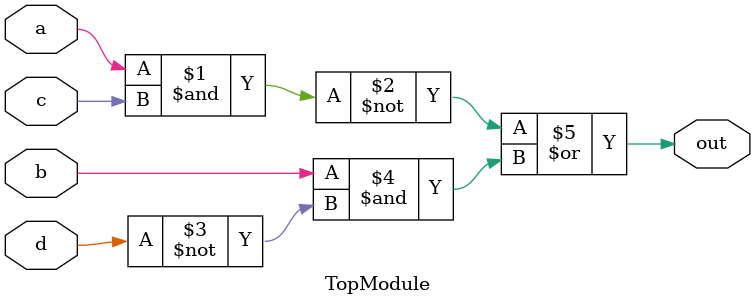
<source format=sv>

module TopModule (
  input a,
  input b,
  input c,
  input d,
  output out
);
assign out = ~(a & c) | (b & ~d);
endmodule

</source>
